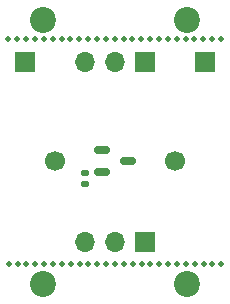
<source format=gbs>
G04 #@! TF.GenerationSoftware,KiCad,Pcbnew,(7.0.0)*
G04 #@! TF.CreationDate,2023-03-27T06:12:53-05:00*
G04 #@! TF.ProjectId,he-sensor-breakout,68652d73-656e-4736-9f72-2d627265616b,rev?*
G04 #@! TF.SameCoordinates,Original*
G04 #@! TF.FileFunction,Soldermask,Bot*
G04 #@! TF.FilePolarity,Negative*
%FSLAX46Y46*%
G04 Gerber Fmt 4.6, Leading zero omitted, Abs format (unit mm)*
G04 Created by KiCad (PCBNEW (7.0.0)) date 2023-03-27 06:12:53*
%MOMM*%
%LPD*%
G01*
G04 APERTURE LIST*
G04 Aperture macros list*
%AMRoundRect*
0 Rectangle with rounded corners*
0 $1 Rounding radius*
0 $2 $3 $4 $5 $6 $7 $8 $9 X,Y pos of 4 corners*
0 Add a 4 corners polygon primitive as box body*
4,1,4,$2,$3,$4,$5,$6,$7,$8,$9,$2,$3,0*
0 Add four circle primitives for the rounded corners*
1,1,$1+$1,$2,$3*
1,1,$1+$1,$4,$5*
1,1,$1+$1,$6,$7*
1,1,$1+$1,$8,$9*
0 Add four rect primitives between the rounded corners*
20,1,$1+$1,$2,$3,$4,$5,0*
20,1,$1+$1,$4,$5,$6,$7,0*
20,1,$1+$1,$6,$7,$8,$9,0*
20,1,$1+$1,$8,$9,$2,$3,0*%
G04 Aperture macros list end*
%ADD10C,1.700000*%
%ADD11O,1.700000X1.700000*%
%ADD12R,1.700000X1.700000*%
%ADD13C,2.200000*%
%ADD14C,0.500000*%
%ADD15RoundRect,0.150000X-0.512500X-0.150000X0.512500X-0.150000X0.512500X0.150000X-0.512500X0.150000X0*%
%ADD16RoundRect,0.140000X0.170000X-0.140000X0.170000X0.140000X-0.170000X0.140000X-0.170000X-0.140000X0*%
G04 APERTURE END LIST*
D10*
X94920000Y-100793750D03*
X105080000Y-100793750D03*
D11*
X97459999Y-107619999D03*
X99999999Y-107619999D03*
D12*
X102539999Y-107619999D03*
X92379999Y-92379999D03*
X107619999Y-92379999D03*
D13*
X93904000Y-88824000D03*
X93904000Y-111176000D03*
D14*
X109000000Y-109525000D03*
X108250000Y-109525000D03*
X107500000Y-109525000D03*
X106750000Y-109525000D03*
X106000000Y-109525000D03*
X105250000Y-109525000D03*
X104500000Y-109525000D03*
X103750000Y-109525000D03*
X103000000Y-109525000D03*
X102250000Y-109525000D03*
X101500000Y-109525000D03*
X100750000Y-109525000D03*
X100000000Y-109525000D03*
X99250000Y-109525000D03*
X98500000Y-109525000D03*
X97750000Y-109525000D03*
X97000000Y-109525000D03*
X96250000Y-109525000D03*
X95500000Y-109525000D03*
X94750000Y-109525000D03*
X94000000Y-109525000D03*
X93250000Y-109525000D03*
X92500000Y-109525000D03*
X91750000Y-109525000D03*
X91000000Y-109525000D03*
D11*
X97459999Y-92379999D03*
X99999999Y-92379999D03*
D12*
X102539999Y-92379999D03*
D14*
X108974600Y-90475000D03*
X108224600Y-90475000D03*
X107474600Y-90475000D03*
X106724600Y-90475000D03*
X105974600Y-90475000D03*
X105224600Y-90475000D03*
X104474600Y-90475000D03*
X103724600Y-90475000D03*
X102974600Y-90475000D03*
X102224600Y-90475000D03*
X101474600Y-90475000D03*
X100724600Y-90475000D03*
X99974600Y-90475000D03*
X99224600Y-90475000D03*
X98474600Y-90475000D03*
X97724600Y-90475000D03*
X96974600Y-90475000D03*
X96224600Y-90475000D03*
X95474600Y-90475000D03*
X94724600Y-90475000D03*
X93974600Y-90475000D03*
X93224600Y-90475000D03*
X92474600Y-90475000D03*
X91724600Y-90475000D03*
X90974600Y-90475000D03*
D13*
X106096000Y-111176000D03*
X106096000Y-88824000D03*
D15*
X101137500Y-100793750D03*
X98862500Y-99843750D03*
X98862500Y-101743750D03*
D16*
X97459211Y-101759049D03*
X97459211Y-102719049D03*
M02*

</source>
